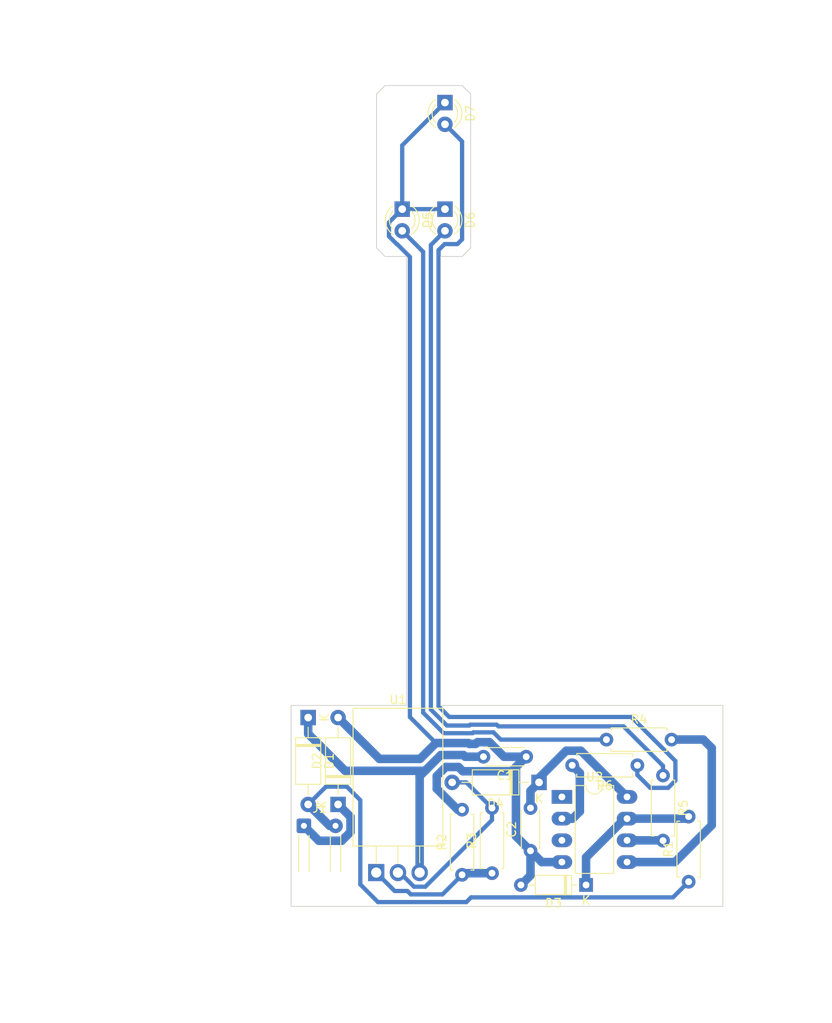
<source format=kicad_pcb>
(kicad_pcb (version 20211014) (generator pcbnew)
  (layers (0 "F.Cu" signal) (31 "B.Cu" signal) (34 "B.Paste" user) (35 "F.Paste" user) (36 "B.SilkS" user "B.Silkscreen") (37 "F.SilkS" user "F.Silkscreen") (38 "B.Mask" user) (39 "F.Mask" user) (44 "Edge.Cuts" user))
  (net 0 "")
  (net 1 "+24V")
  (net 2 "Net-(D1-Pad2)")
  (net 3 "Net-(D2-Pad1)")
  (net 4 "GND")
  (net 5 "Net-(D3-Pad1)")
  (net 6 "Net-(D5-Pad2)")
  (net 7 "Net-(D6-Pad2)")
  (net 8 "Net-(D7-Pad2)")
  (net 9 "Net-(R2-Pad1)")
  (net 10 "Net-(R4-Pad2)")
  (net 11 "Net-(R5-Pad2)")
  (net 12 "Net-(R6-Pad2)")
  (net 15 "+5V")
  (net 16 "Net-(D4-Pad2)")
  (footprint "Package_DIP:DIP-8_W7.62mm_LongPads" (layer "F.Cu") (at 171.175 99.2)
    (fp_text reference "U2" (at 3.81 -2.33) (layer "F.SilkS"))
    (fp_text value "ATtiny45-20PU")
    (fp_line (start 2.81 -1.33) (end 1.56 -1.33) (layer "F.SilkS") (width 0.12))
    (fp_line (start 6.06 8.95) (end 6.06 -1.33) (layer "F.SilkS") (width 0.12))
    (fp_line (start 1.56 -1.33) (end 1.56 8.95) (layer "F.SilkS") (width 0.12))
    (fp_line (start 6.06 -1.33) (end 4.81 -1.33) (layer "F.SilkS") (width 0.12))
    (fp_line (start 1.56 8.95) (end 6.06 8.95) (layer "F.SilkS") (width 0.12))
    (fp_arc (start 4.81 -1.33) (mid 3.81 -0.33) (end 2.81 -1.33) (layer "F.SilkS") (width 0.12))
    (pad "1" thru_hole rect (at 0 0) (size 2.4 1.6) (drill 0.8) (layers *.Cu *.Mask))
    (pad "2" thru_hole oval (at 0 2.54) (size 2.4 1.6) (drill 0.8) (layers *.Cu *.Mask) (net 12 "Net-(R6-Pad2)"))
    (pad "3" thru_hole oval (at 0 5.08) (size 2.4 1.6) (drill 0.8) (layers *.Cu *.Mask))
    (pad "4" thru_hole oval (at 0 7.62) (size 2.4 1.6) (drill 0.8) (layers *.Cu *.Mask) (net 4 "GND"))
    (pad "5" thru_hole oval (at 7.62 7.62) (size 2.4 1.6) (drill 0.8) (layers *.Cu *.Mask) (net 10 "Net-(R4-Pad2)"))
    (pad "6" thru_hole oval (at 7.62 5.08) (size 2.4 1.6) (drill 0.8) (layers *.Cu *.Mask) (net 11 "Net-(R5-Pad2)"))
    (pad "7" thru_hole oval (at 7.62 2.54) (size 2.4 1.6) (drill 0.8) (layers *.Cu *.Mask) (net 5 "Net-(D3-Pad1)"))
    (pad "8" thru_hole oval (at 7.62 0) (size 2.4 1.6) (drill 0.8) (layers *.Cu *.Mask) (net 15 "+5V"))
  )
  (footprint "Capacitor_THT:C_Disc_D4.3mm_W1.9mm_P5.00mm" (layer "F.Cu") (at 167 94.5 180)
    (fp_text reference "C1" (at 2.5 -2.2) (layer "F.SilkS"))
    (fp_text value "C")
    (fp_line (start 0.23 1.07) (end 4.77 1.07) (layer "F.SilkS") (width 0.12))
    (fp_line (start 0.23 -1.07) (end 0.23 -1.055) (layer "F.SilkS") (width 0.12))
    (fp_line (start 4.77 -1.07) (end 4.77 -1.055) (layer "F.SilkS") (width 0.12))
    (fp_line (start 0.23 -1.07) (end 4.77 -1.07) (layer "F.SilkS") (width 0.12))
    (fp_line (start 4.77 1.055) (end 4.77 1.07) (layer "F.SilkS") (width 0.12))
    (fp_line (start 0.23 1.055) (end 0.23 1.07) (layer "F.SilkS") (width 0.12))
    (pad "1" thru_hole circle (at 0 0 180) (size 1.6 1.6) (drill 0.8) (layers *.Cu *.Mask) (net 4 "GND"))
    (pad "2" thru_hole circle (at 5 0 180) (size 1.6 1.6) (drill 0.8) (layers *.Cu *.Mask) (net 1 "+24V"))
  )
  (footprint "Diode_THT:D_DO-35_SOD27_P7.62mm_Horizontal" (layer "F.Cu") (at 174 109.5 180)
    (fp_text reference "D3" (at 3.81 -2.12) (layer "F.SilkS"))
    (fp_text value "4.5V")
    (fp_text user "K" (at 0 -1.8) (layer "F.SilkS"))
    (fp_line (start 1.04 0) (end 1.69 0) (layer "F.SilkS") (width 0.12))
    (fp_line (start 5.93 1.12) (end 5.93 -1.12) (layer "F.SilkS") (width 0.12))
    (fp_line (start 5.93 -1.12) (end 1.69 -1.12) (layer "F.SilkS") (width 0.12))
    (fp_line (start 1.69 -1.12) (end 1.69 1.12) (layer "F.SilkS") (width 0.12))
    (fp_line (start 6.58 0) (end 5.93 0) (layer "F.SilkS") (width 0.12))
    (fp_line (start 2.53 -1.12) (end 2.53 1.12) (layer "F.SilkS") (width 0.12))
    (fp_line (start 2.41 -1.12) (end 2.41 1.12) (layer "F.SilkS") (width 0.12))
    (fp_line (start 2.29 -1.12) (end 2.29 1.12) (layer "F.SilkS") (width 0.12))
    (fp_line (start 1.69 1.12) (end 5.93 1.12) (layer "F.SilkS") (width 0.12))
    (pad "1" thru_hole rect (at 0 0 180) (size 1.6 1.6) (drill 0.8) (layers *.Cu *.Mask) (net 5 "Net-(D3-Pad1)"))
    (pad "2" thru_hole oval (at 7.62 0 180) (size 1.6 1.6) (drill 0.8) (layers *.Cu *.Mask) (net 4 "GND"))
  )
  (footprint "Capacitor_THT:C_Disc_D4.3mm_W1.9mm_P5.00mm" (layer "F.Cu") (at 167.5 105.5 90)
    (fp_text reference "C2" (at 2.5 -2.2 90) (layer "F.SilkS"))
    (fp_text value "C")
    (fp_line (start 0.23 -1.07) (end 4.77 -1.07) (layer "F.SilkS") (width 0.12))
    (fp_line (start 4.77 -1.07) (end 4.77 -1.055) (layer "F.SilkS") (width 0.12))
    (fp_line (start 0.23 -1.07) (end 0.23 -1.055) (layer "F.SilkS") (width 0.12))
    (fp_line (start 0.23 1.07) (end 4.77 1.07) (layer "F.SilkS") (width 0.12))
    (fp_line (start 4.77 1.055) (end 4.77 1.07) (layer "F.SilkS") (width 0.12))
    (fp_line (start 0.23 1.055) (end 0.23 1.07) (layer "F.SilkS") (width 0.12))
    (pad "1" thru_hole circle (at 0 0 90) (size 1.6 1.6) (drill 0.8) (layers *.Cu *.Mask) (net 4 "GND"))
    (pad "2" thru_hole circle (at 5 0 90) (size 1.6 1.6) (drill 0.8) (layers *.Cu *.Mask) (net 15 "+5V"))
  )
  (footprint "LED_THT:LED_D3.0mm" (layer "F.Cu") (at 157.5 18 -90)
    (fp_text reference "D7" (at 1.27 -2.96 90) (layer "F.SilkS"))
    (fp_text value "Green")
    (fp_line (start -0.29 1.08) (end -0.29 1.236) (layer "F.SilkS") (width 0.12))
    (fp_line (start -0.29 -1.236) (end -0.29 -1.08) (layer "F.SilkS") (width 0.12))
    (fp_arc (start -0.29 -1.235516) (mid 1.366487 -1.987659) (end 2.942335 -1.078608) (layer "F.SilkS") (width 0.12))
    (fp_arc (start 2.942335 1.078608) (mid 1.366487 1.987659) (end -0.29 1.235516) (layer "F.SilkS") (width 0.12))
    (fp_arc (start 0.229039 -1.08) (mid 1.270117 -1.5) (end 2.31113 -1.079837) (layer "F.SilkS") (width 0.12))
    (fp_arc (start 2.31113 1.079837) (mid 1.270117 1.5) (end 0.229039 1.08) (layer "F.SilkS") (width 0.12))
    (pad "1" thru_hole rect (at 0 0 270) (size 1.8 1.8) (drill 0.9) (layers *.Cu *.Mask) (net 4 "GND"))
    (pad "2" thru_hole circle (at 2.54 0 270) (size 1.8 1.8) (drill 0.9) (layers *.Cu *.Mask) (net 8 "Net-(D7-Pad2)"))
  )
  (footprint "Connector_Wire:SolderWire-0.127sqmm_1x02_P3.7mm_D0.48mm_OD1mm_Relief" (layer "F.Cu") (at 141 102.58)
    (fp_text reference "J1" (at 1.85 -2.05) (layer "F.SilkS"))
    (fp_text value "Conn_01x02_Male")
    (fp_line (start 3.09 1.11) (end 3.09 5.39) (layer "F.SilkS") (width 0.12))
    (fp_line (start 4.31 1.11) (end 4.31 5.39) (layer "F.SilkS") (width 0.12))
    (fp_line (start -0.61 1.11) (end -0.61 5.39) (layer "F.SilkS") (width 0.12))
    (fp_line (start 0.61 1.11) (end 0.61 5.39) (layer "F.SilkS") (width 0.12))
    (pad "" np_thru_hole circle (at 3.7 6) (size 1.5 1.5) (drill 1.5) (layers *.Cu *.Mask))
    (pad "" np_thru_hole circle (at 0 6) (size 1.5 1.5) (drill 1.5) (layers *.Cu *.Mask))
    (pad "1" thru_hole roundrect (at 0 0) (size 1.7 1.7) (drill 0.7) (layers *.Cu *.Mask) (roundrect_rratio 0.1470588235) (net 3 "Net-(D2-Pad1)"))
    (pad "2" thru_hole circle (at 3.7 0) (size 1.7 1.7) (drill 0.7) (layers *.Cu *.Mask) (net 2 "Net-(D1-Pad2)"))
  )
  (footprint "Resistor_THT:R_Axial_DIN0207_L6.3mm_D2.5mm_P7.62mm_Horizontal" (layer "F.Cu") (at 183 96.69 -90)
    (fp_text reference "R5" (at 3.81 -2.37 90) (layer "F.SilkS"))
    (fp_text value "R")
    (fp_line (start 0.54 1.37) (end 7.08 1.37) (layer "F.SilkS") (width 0.12))
    (fp_line (start 0.54 1.04) (end 0.54 1.37) (layer "F.SilkS") (width 0.12))
    (fp_line (start 0.54 -1.37) (end 7.08 -1.37) (layer "F.SilkS") (width 0.12))
    (fp_line (start 7.08 1.37) (end 7.08 1.04) (layer "F.SilkS") (width 0.12))
    (fp_line (start 7.08 -1.37) (end 7.08 -1.04) (layer "F.SilkS") (width 0.12))
    (fp_line (start 0.54 -1.04) (end 0.54 -1.37) (layer "F.SilkS") (width 0.12))
    (pad "1" thru_hole circle (at 0 0 270) (size 1.6 1.6) (drill 0.8) (layers *.Cu *.Mask) (net 7 "Net-(D6-Pad2)"))
    (pad "2" thru_hole oval (at 7.62 0 270) (size 1.6 1.6) (drill 0.8) (layers *.Cu *.Mask) (net 11 "Net-(R5-Pad2)"))
  )
  (footprint "Diode_THT:D_A-405_P10.16mm_Horizontal" (layer "F.Cu") (at 141.5 89.92 -90)
    (fp_text reference "D1" (at 5.08 -2.47 90) (layer "F.SilkS"))
    (fp_text value "D")
    (fp_text user "K" (at 0 -1.9 90) (layer "F.SilkS"))
    (fp_line (start 7.8 -1.47) (end 2.36 -1.47) (layer "F.SilkS") (width 0.12))
    (fp_line (start 1.14 0) (end 2.36 0) (layer "F.SilkS") (width 0.12))
    (fp_line (start 3.38 -1.47) (end 3.38 1.47) (layer "F.SilkS") (width 0.12))
    (fp_line (start 3.14 -1.47) (end 3.14 1.47) (layer "F.SilkS") (width 0.12))
    (fp_line (start 2.36 1.47) (end 7.8 1.47) (layer "F.SilkS") (width 0.12))
    (fp_line (start 9.02 0) (end 7.8 0) (layer "F.SilkS") (width 0.12))
    (fp_line (start 2.36 -1.47) (end 2.36 1.47) (layer "F.SilkS") (width 0.12))
    (fp_line (start 3.26 -1.47) (end 3.26 1.47) (layer "F.SilkS") (width 0.12))
    (fp_line (start 7.8 1.47) (end 7.8 -1.47) (layer "F.SilkS") (width 0.12))
    (pad "1" thru_hole rect (at 0 0 270) (size 1.8 1.8) (drill 0.9) (layers *.Cu *.Mask) (net 1 "+24V"))
    (pad "2" thru_hole oval (at 10.16 0 270) (size 1.8 1.8) (drill 0.9) (layers *.Cu *.Mask) (net 2 "Net-(D1-Pad2)"))
  )
  (footprint "Diode_THT:D_A-405_P10.16mm_Horizontal" (layer "F.Cu") (at 168.5 97.5 180)
    (fp_text reference "D4" (at 5.08 -2.47) (layer "F.SilkS"))
    (fp_text value "D")
    (fp_text user "K" (at 0 -1.9) (layer "F.SilkS"))
    (fp_line (start 3.26 -1.47) (end 3.26 1.47) (layer "F.SilkS") (width 0.12))
    (fp_line (start 7.8 -1.47) (end 2.36 -1.47) (layer "F.SilkS") (width 0.12))
    (fp_line (start 3.14 -1.47) (end 3.14 1.47) (layer "F.SilkS") (width 0.12))
    (fp_line (start 2.36 -1.47) (end 2.36 1.47) (layer "F.SilkS") (width 0.12))
    (fp_line (start 3.38 -1.47) (end 3.38 1.47) (layer "F.SilkS") (width 0.12))
    (fp_line (start 7.8 1.47) (end 7.8 -1.47) (layer "F.SilkS") (width 0.12))
    (fp_line (start 2.36 1.47) (end 7.8 1.47) (layer "F.SilkS") (width 0.12))
    (fp_line (start 9.02 0) (end 7.8 0) (layer "F.SilkS") (width 0.12))
    (fp_line (start 1.14 0) (end 2.36 0) (layer "F.SilkS") (width 0.12))
    (pad "1" thru_hole rect (at 0 0 180) (size 1.8 1.8) (drill 0.9) (layers *.Cu *.Mask) (net 15 "+5V"))
    (pad "2" thru_hole oval (at 10.16 0 180) (size 1.8 1.8) (drill 0.9) (layers *.Cu *.Mask) (net 16 "Net-(D4-Pad2)"))
  )
  (footprint "Resistor_THT:R_Axial_DIN0207_L6.3mm_D2.5mm_P7.62mm_Horizontal" (layer "F.Cu") (at 186 109.12 90)
    (fp_text reference "R1" (at 3.81 -2.37 90) (layer "F.SilkS"))
    (fp_text value "18K")
    (fp_line (start 0.54 1.37) (end 7.08 1.37) (layer "F.SilkS") (width 0.12))
    (fp_line (start 0.54 -1.04) (end 0.54 -1.37) (layer "F.SilkS") (width 0.12))
    (fp_line (start 7.08 1.37) (end 7.08 1.04) (layer "F.SilkS") (width 0.12))
    (fp_line (start 0.54 1.04) (end 0.54 1.37) (layer "F.SilkS") (width 0.12))
    (fp_line (start 7.08 -1.37) (end 7.08 -1.04) (layer "F.SilkS") (width 0.12))
    (fp_line (start 0.54 -1.37) (end 7.08 -1.37) (layer "F.SilkS") (width 0.12))
    (pad "1" thru_hole circle (at 0 0 90) (size 1.6 1.6) (drill 0.8) (layers *.Cu *.Mask) (net 2 "Net-(D1-Pad2)"))
    (pad "2" thru_hole oval (at 7.62 0 90) (size 1.6 1.6) (drill 0.8) (layers *.Cu *.Mask) (net 5 "Net-(D3-Pad1)"))
  )
  (footprint "Diode_THT:D_A-405_P10.16mm_Horizontal" (layer "F.Cu") (at 145 100.08 90)
    (fp_text reference "D2" (at 5.08 -2.47 90) (layer "F.SilkS"))
    (fp_text value "D")
    (fp_text user "K" (at 0 -1.9 90) (layer "F.SilkS"))
    (fp_line (start 3.38 -1.47) (end 3.38 1.47) (layer "F.SilkS") (width 0.12))
    (fp_line (start 2.36 -1.47) (end 2.36 1.47) (layer "F.SilkS") (width 0.12))
    (fp_line (start 9.02 0) (end 7.8 0) (layer "F.SilkS") (width 0.12))
    (fp_line (start 7.8 -1.47) (end 2.36 -1.47) (layer "F.SilkS") (width 0.12))
    (fp_line (start 1.14 0) (end 2.36 0) (layer "F.SilkS") (width 0.12))
    (fp_line (start 7.8 1.47) (end 7.8 -1.47) (layer "F.SilkS") (width 0.12))
    (fp_line (start 2.36 1.47) (end 7.8 1.47) (layer "F.SilkS") (width 0.12))
    (fp_line (start 3.26 -1.47) (end 3.26 1.47) (layer "F.SilkS") (width 0.12))
    (fp_line (start 3.14 -1.47) (end 3.14 1.47) (layer "F.SilkS") (width 0.12))
    (pad "1" thru_hole rect (at 0 0 90) (size 1.8 1.8) (drill 0.9) (layers *.Cu *.Mask) (net 3 "Net-(D2-Pad1)"))
    (pad "2" thru_hole oval (at 10.16 0 90) (size 1.8 1.8) (drill 0.9) (layers *.Cu *.Mask) (net 4 "GND"))
  )
  (footprint "LED_THT:LED_D3.0mm" (layer "F.Cu") (at 152.5 30.46 -90)
    (fp_text reference "D5" (at 1.27 -2.96 90) (layer "F.SilkS"))
    (fp_text value "Red")
    (fp_line (start -0.29 -1.236) (end -0.29 -1.08) (layer "F.SilkS") (width 0.12))
    (fp_line (start -0.29 1.08) (end -0.29 1.236) (layer "F.SilkS") (width 0.12))
    (fp_arc (start 2.31113 1.079837) (mid 1.270117 1.5) (end 0.229039 1.08) (layer "F.SilkS") (width 0.12))
    (fp_arc (start -0.29 -1.235516) (mid 1.366487 -1.987659) (end 2.942335 -1.078608) (layer "F.SilkS") (width 0.12))
    (fp_arc (start 2.942335 1.078608) (mid 1.366487 1.987659) (end -0.29 1.235516) (layer "F.SilkS") (width 0.12))
    (fp_arc (start 0.229039 -1.08) (mid 1.270117 -1.5) (end 2.31113 -1.079837) (layer "F.SilkS") (width 0.12))
    (pad "1" thru_hole rect (at 0 0 270) (size 1.8 1.8) (drill 0.9) (layers *.Cu *.Mask) (net 4 "GND"))
    (pad "2" thru_hole circle (at 2.54 0 270) (size 1.8 1.8) (drill 0.9) (layers *.Cu *.Mask) (net 6 "Net-(D5-Pad2)"))
  )
  (footprint "Resistor_THT:R_Axial_DIN0207_L6.3mm_D2.5mm_P7.62mm_Horizontal" (layer "F.Cu") (at 180 95.5 180)
    (fp_text reference "R6" (at 3.81 -2.37) (layer "F.SilkS"))
    (fp_text value "R")
    (fp_line (start 7.08 1.37) (end 7.08 1.04) (layer "F.SilkS") (width 0.12))
    (fp_line (start 0.54 1.04) (end 0.54 1.37) (layer "F.SilkS") (width 0.12))
    (fp_line (start 7.08 -1.37) (end 7.08 -1.04) (layer "F.SilkS") (width 0.12))
    (fp_line (start 0.54 -1.04) (end 0.54 -1.37) (layer "F.SilkS") (width 0.12))
    (fp_line (start 0.54 -1.37) (end 7.08 -1.37) (layer "F.SilkS") (width 0.12))
    (fp_line (start 0.54 1.37) (end 7.08 1.37) (layer "F.SilkS") (width 0.12))
    (pad "1" thru_hole circle (at 0 0 180) (size 1.6 1.6) (drill 0.8) (layers *.Cu *.Mask) (net 8 "Net-(D7-Pad2)"))
    (pad "2" thru_hole oval (at 7.62 0 180) (size 1.6 1.6) (drill 0.8) (layers *.Cu *.Mask) (net 12 "Net-(R6-Pad2)"))
  )
  (footprint "Resistor_THT:R_Axial_DIN0207_L6.3mm_D2.5mm_P7.62mm_Horizontal" (layer "F.Cu") (at 163 108.12 90)
    (fp_text reference "R3" (at 3.81 -2.37 90) (layer "F.SilkS"))
    (fp_text value "1K")
    (fp_line (start 0.54 -1.04) (end 0.54 -1.37) (layer "F.SilkS") (width 0.12))
    (fp_line (start 0.54 1.04) (end 0.54 1.37) (layer "F.SilkS") (width 0.12))
    (fp_line (start 7.08 1.37) (end 7.08 1.04) (layer "F.SilkS") (width 0.12))
    (fp_line (start 0.54 -1.37) (end 7.08 -1.37) (layer "F.SilkS") (width 0.12))
    (fp_line (start 0.54 1.37) (end 7.08 1.37) (layer "F.SilkS") (width 0.12))
    (fp_line (start 7.08 -1.37) (end 7.08 -1.04) (layer "F.SilkS") (width 0.12))
    (pad "1" thru_hole circle (at 0 0 90) (size 1.6 1.6) (drill 0.8) (layers *.Cu *.Mask) (net 9 "Net-(R2-Pad1)"))
    (pad "2" thru_hole oval (at 7.62 0 90) (size 1.6 1.6) (drill 0.8) (layers *.Cu *.Mask) (net 16 "Net-(D4-Pad2)"))
  )
  (footprint "LED_THT:LED_D3.0mm" (layer "F.Cu") (at 157.5 30.46 -90)
    (fp_text reference "D6" (at 1.27 -2.96 90) (layer "F.SilkS"))
    (fp_text value "Yellow")
    (fp_line (start -0.29 1.08) (end -0.29 1.236) (layer "F.SilkS") (width 0.12))
    (fp_line (start -0.29 -1.236) (end -0.29 -1.08) (layer "F.SilkS") (width 0.12))
    (fp_arc (start 2.31113 1.079837) (mid 1.270117 1.5) (end 0.229039 1.08) (layer "F.SilkS") (width 0.12))
    (fp_arc (start 0.229039 -1.08) (mid 1.270117 -1.5) (end 2.31113 -1.079837) (layer "F.SilkS") (width 0.12))
    (fp_arc (start 2.942335 1.078608) (mid 1.366487 1.987659) (end -0.29 1.235516) (layer "F.SilkS") (width 0.12))
    (fp_arc (start -0.29 -1.235516) (mid 1.366487 -1.987659) (end 2.942335 -1.078608) (layer "F.SilkS") (width 0.12))
    (pad "1" thru_hole rect (at 0 0 270) (size 1.8 1.8) (drill 0.9) (layers *.Cu *.Mask) (net 4 "GND"))
    (pad "2" thru_hole circle (at 2.54 0 270) (size 1.8 1.8) (drill 0.9) (layers *.Cu *.Mask) (net 7 "Net-(D6-Pad2)"))
  )
  (footprint "Resistor_THT:R_Axial_DIN0207_L6.3mm_D2.5mm_P7.62mm_Horizontal" (layer "F.Cu") (at 159.5 108.31 90)
    (fp_text reference "R2" (at 3.81 -2.37 90) (layer "F.SilkS"))
    (fp_text value "3.3K")
    (fp_line (start 7.08 1.37) (end 7.08 1.04) (layer "F.SilkS") (width 0.12))
    (fp_line (start 0.54 -1.04) (end 0.54 -1.37) (layer "F.SilkS") (width 0.12))
    (fp_line (start 7.08 -1.37) (end 7.08 -1.04) (layer "F.SilkS") (width 0.12))
    (fp_line (start 0.54 -1.37) (end 7.08 -1.37) (layer "F.SilkS") (width 0.12))
    (fp_line (start 0.54 1.04) (end 0.54 1.37) (layer "F.SilkS") (width 0.12))
    (fp_line (start 0.54 1.37) (end 7.08 1.37) (layer "F.SilkS") (width 0.12))
    (pad "1" thru_hole circle (at 0 0 90) (size 1.6 1.6) (drill 0.8) (layers *.Cu *.Mask) (net 9 "Net-(R2-Pad1)"))
    (pad "2" thru_hole oval (at 7.62 0 90) (size 1.6 1.6) (drill 0.8) (layers *.Cu *.Mask) (net 4 "GND"))
  )
  (footprint "Package_TO_SOT_THT:TO-220F-3_Horizontal_TabDown" (layer "F.Cu") (at 149.46 108.05)
    (fp_text reference "U1" (at 2.54 -20.22) (layer "F.SilkS"))
    (fp_text value "LM317_TO-220")
    (fp_line (start 2.54 -3.11) (end 2.54 -1.15) (layer "F.SilkS") (width 0.12))
    (fp_line (start -2.71 -19.22) (end -2.71 -3.11) (layer "F.SilkS") (width 0.12))
    (fp_line (start 5.08 -3.11) (end 5.08 -1.15) (layer "F.SilkS") (width 0.12))
    (fp_line (start 0 -3.11) (end 0 -1.15) (layer "F.SilkS") (width 0.12))
    (fp_line (start -2.71 -3.11) (end 7.79 -3.11) (layer "F.SilkS") (width 0.12))
    (fp_line (start 7.79 -19.22) (end 7.79 -3.11) (layer "F.SilkS") (width 0.12))
    (fp_line (start -2.71 -19.22) (end 7.79 -19.22) (layer "F.SilkS") (width 0.12))
    (pad "" np_thru_hole oval (at 2.54 -15.8) (size 3.5 3.5) (drill 3.5) (layers *.Cu *.Mask))
    (pad "1" thru_hole rect (at 0 0) (size 1.905 2) (drill 1.2) (layers *.Cu *.Mask) (net 9 "Net-(R2-Pad1)"))
    (pad "2" thru_hole oval (at 2.54 0) (size 1.905 2) (drill 1.2) (layers *.Cu *.Mask) (net 16 "Net-(D4-Pad2)"))
    (pad "3" thru_hole oval (at 5.08 0) (size 1.905 2) (drill 1.2) (layers *.Cu *.Mask) (net 1 "+24V"))
  )
  (footprint "Resistor_THT:R_Axial_DIN0207_L6.3mm_D2.5mm_P7.62mm_Horizontal" (layer "F.Cu") (at 176.38 92.5)
    (fp_text reference "R4" (at 3.81 -2.37) (layer "F.SilkS"))
    (fp_text value "R")
    (fp_line (start 0.54 1.04) (end 0.54 1.37) (layer "F.SilkS") (width 0.12))
    (fp_line (start 7.08 1.37) (end 7.08 1.04) (layer "F.SilkS") (width 0.12))
    (fp_line (start 0.54 -1.37) (end 7.08 -1.37) (layer "F.SilkS") (width 0.12))
    (fp_line (start 0.54 1.37) (end 7.08 1.37) (layer "F.SilkS") (width 0.12))
    (fp_line (start 7.08 -1.37) (end 7.08 -1.04) (layer "F.SilkS") (width 0.12))
    (fp_line (start 0.54 -1.04) (end 0.54 -1.37) (layer "F.SilkS") (width 0.12))
    (pad "1" thru_hole circle (at 0 0) (size 1.6 1.6) (drill 0.8) (layers *.Cu *.Mask) (net 6 "Net-(D5-Pad2)"))
    (pad "2" thru_hole oval (at 7.62 0) (size 1.6 1.6) (drill 0.8) (layers *.Cu *.Mask) (net 10 "Net-(R4-Pad2)"))
  )
  (gr_line (start 190 88.5) (end 190 112) (layer "Edge.Cuts") (width 0.1))
  (gr_line (start 159.5 36) (end 157 36) (layer "Edge.Cuts") (width 0.1))
  (gr_line (start 153 36) (end 150.5 36) (layer "Edge.Cuts") (width 0.1))
  (gr_line (start 160.5 17) (end 160.5 35) (layer "Edge.Cuts") (width 0.1))
  (gr_line (start 149.5 35) (end 150.5 36) (layer "Edge.Cuts") (width 0.1))
  (gr_line (start 160.5 35) (end 159.5 36) (layer "Edge.Cuts") (width 0.1))
  (gr_line (start 153 36) (end 153 88.5) (layer "Edge.Cuts") (width 0.1))
  (gr_line (start 150.5 16) (end 159.5 16) (layer "Edge.Cuts") (width 0.1))
  (gr_line (start 149.5 17) (end 150.5 16) (layer "Edge.Cuts") (width 0.1))
  (gr_line (start 149.5 35) (end 149.5 17) (layer "Edge.Cuts") (width 0.1))
  (gr_line (start 190 112) (end 139.5 112) (layer "Edge.Cuts") (width 0.1))
  (gr_line (start 139.5 112) (end 139.5 88.5) (layer "Edge.Cuts") (width 0.1))
  (gr_line (start 159.5 16) (end 160.5 17) (layer "Edge.Cuts") (width 0.1))
  (gr_line (start 139.5 88.5) (end 153 88.5) (layer "Edge.Cuts") (width 0.1))
  (gr_line (start 157 88.5) (end 190 88.5) (layer "Edge.Cuts") (width 0.1))
  (gr_line (start 157 88.5) (end 157 36) (layer "Edge.Cuts") (width 0.1))
  (segment (start 145.829032 96.149032) (end 141.5 91.82) (width 1) (layer "B.Cu") (net 1))
  (segment (start 159.665079 94.300978) (end 157.01492 94.300978) (width 1) (layer "B.Cu") (net 1))
  (segment (start 159.864102 94.5) (end 159.665079 94.300978) (width 1) (layer "B.Cu") (net 1))
  (segment (start 141.5 91.82) (end 141.5 89.92) (width 1) (layer "B.Cu") (net 1))
  (segment (start 156.195106 95.120793) (end 155.166866 96.149032) (width 1) (layer "B.Cu") (net 1))
  (segment (start 154.54 96.775898) (end 155.166866 96.149032) (width 1) (layer "B.Cu") (net 1))
  (segment (start 162 94.5) (end 159.864102 94.5) (width 1) (layer "B.Cu") (net 1))
  (segment (start 154.54 108.05) (end 154.54 96.775898) (width 1) (layer "B.Cu") (net 1))
  (segment (start 155.166866 96.149032) (end 145.829032 96.149032) (width 1) (layer "B.Cu") (net 1))
  (segment (start 157.01492 94.300978) (end 156.195106 95.120793) (width 1) (layer "B.Cu") (net 1))
  (segment (start 186 109.12) (end 184.170489 110.949511) (width 0.5) (layer "B.Cu") (net 2))
  (segment (start 147.599022 99.58) (end 146.019022 98) (width 0.5) (layer "B.Cu") (net 2))
  (segment (start 160.550489 110.949511) (end 160 111.5) (width 0.5) (layer "B.Cu") (net 2))
  (segment (start 143.58 98) (end 141.5 100.08) (width 0.5) (layer "B.Cu") (net 2))
  (segment (start 160 111.5) (end 149.658478 111.5) (width 0.5) (layer "B.Cu") (net 2))
  (segment (start 144 102.58) (end 141.5 100.08) (width 1) (layer "B.Cu") (net 2))
  (segment (start 149.658478 111.5) (end 147.599022 109.440544) (width 0.5) (layer "B.Cu") (net 2))
  (segment (start 146.019022 98) (end 143.58 98) (width 0.5) (layer "B.Cu") (net 2))
  (segment (start 147.599022 109.440544) (end 147.599022 99.58) (width 0.5) (layer "B.Cu") (net 2))
  (segment (start 184.170489 110.949511) (end 160.550489 110.949511) (width 0.5) (layer "B.Cu") (net 2))
  (segment (start 144.7 102.58) (end 144 102.58) (width 1) (layer "B.Cu") (net 2))
  (segment (start 146.449511 103.304672) (end 146.449511 101.529511) (width 1) (layer "B.Cu") (net 3))
  (segment (start 145.424672 104.329511) (end 146.449511 103.304672) (width 1) (layer "B.Cu") (net 3))
  (segment (start 141 102.58) (end 142.749511 104.329511) (width 1) (layer "B.Cu") (net 3))
  (segment (start 142.749511 104.329511) (end 145.424672 104.329511) (width 1) (layer "B.Cu") (net 3))
  (segment (start 146.449511 101.529511) (end 145 100.08) (width 1) (layer "B.Cu") (net 3))
  (segment (start 167.5 105.5) (end 168.82 106.82) (width 1) (layer "B.Cu") (net 4))
  (segment (start 156.435224 92.901467) (end 160.244775 92.901467) (width 1) (layer "B.Cu") (net 4))
  (segment (start 150.950489 33.64183) (end 151.85817 34.549511) (width 0.5) (layer "B.Cu") (net 4))
  (segment (start 167.5 105.5) (end 167.5 108.38) (width 1) (layer "B.Cu") (net 4))
  (segment (start 153.399918 36.046337) (end 153.399918 89.866161) (width 0.5) (layer "B.Cu") (net 4))
  (segment (start 159.085383 95.700489) (end 157.594617 95.700489) (width 1) (layer "B.Cu") (net 4))
  (segment (start 154.58717 94.749521) (end 154.795595 94.541097) (width 1) (layer "B.Cu") (net 4))
  (segment (start 155.181006 94.155685) (end 156.435224 92.901467) (width 1) (layer "B.Cu") (net 4))
  (segment (start 150.950489 32.009511) (end 150.950489 33.64183) (width 0.5) (layer "B.Cu") (net 4))
  (segment (start 160.244775 92.901467) (end 160.343308 93) (width 1) (layer "B.Cu") (net 4))
  (segment (start 165.800489 95.699511) (end 167 94.5) (width 1) (layer "B.Cu") (net 4))
  (segment (start 157.594617 95.700489) (end 156.540489 96.754617) (width 1) (layer "B.Cu") (net 4))
  (segment (start 167.5 108.38) (end 166.38 109.5) (width 1) (layer "B.Cu") (net 4))
  (segment (start 159.584405 96.199511) (end 159.085383 95.700489) (width 1) (layer "B.Cu") (net 4))
  (segment (start 168.82 106.82) (end 171.175 106.82) (width 1) (layer "B.Cu") (net 4))
  (segment (start 154.795595 94.541097) (end 155.181006 94.155685) (width 1) (layer "B.Cu") (net 4))
  (segment (start 164.403473 94.5) (end 167 94.5) (width 1) (layer "B.Cu") (net 4))
  (segment (start 156.540489 96.754617) (end 156.540489 98.245384) (width 1) (layer "B.Cu") (net 4))
  (segment (start 165.300489 96.199511) (end 159.584405 96.199511) (width 1) (layer "B.Cu") (net 4))
  (segment (start 151.903092 34.549511) (end 153.399918 36.046337) (width 0.5) (layer "B.Cu") (net 4))
  (segment (start 162.703962 92.800489) (end 164.403473 94.5) (width 1) (layer "B.Cu") (net 4))
  (segment (start 161.096527 93) (end 161.296038 92.800489) (width 1) (layer "B.Cu") (net 4))
  (segment (start 145 89.92) (end 149.829521 94.749521) (width 1) (layer "B.Cu") (net 4))
  (segment (start 158.985105 100.69) (end 159.5 100.69) (width 1) (layer "B.Cu") (net 4))
  (segment (start 152.5 23) (end 152.5 30.46) (width 0.5) (layer "B.Cu") (net 4))
  (segment (start 152.5 30.46) (end 150.950489 32.009511) (width 0.5) (layer "B.Cu") (net 4))
  (segment (start 167 94.5) (end 165.300489 96.199511) (width 1) (layer "B.Cu") (net 4))
  (segment (start 161.296038 92.800489) (end 162.703962 92.800489) (width 1) (layer "B.Cu") (net 4))
  (segment (start 165.800489 103.800489) (end 165.800489 95.699511) (width 1) (layer "B.Cu") (net 4))
  (segment (start 157.5 18) (end 152.5 23) (width 0.5) (layer "B.Cu") (net 4))
  (segment (start 160.343308 93) (end 161.096527 93) (width 1) (layer "B.Cu") (net 4))
  (segment (start 151.85817 34.549511) (end 151.903092 34.549511) (width 0.5) (layer "B.Cu") (net 4))
  (segment (start 152.5 30.46) (end 157.5 30.46) (width 0.5) (layer "B.Cu") (net 4))
  (segment (start 149.829521 94.749521) (end 154.58717 94.749521) (width 1) (layer "B.Cu") (net 4))
  (segment (start 167.5 105.5) (end 165.800489 103.800489) (width 1) (layer "B.Cu") (net 4))
  (segment (start 156.540489 98.245384) (end 158.985105 100.69) (width 1) (layer "B.Cu") (net 4))
  (segment (start 153.399918 89.866161) (end 156.435224 92.901467) (width 0.5) (layer "B.Cu") (net 4))
  (segment (start 185.76 101.74) (end 186 101.5) (width 1) (layer "B.Cu") (net 5))
  (segment (start 174 106.271516) (end 178.531516 101.74) (width 1) (layer "B.Cu") (net 5))
  (segment (start 178.531516 101.74) (end 178.795 101.74) (width 1) (layer "B.Cu") (net 5))
  (segment (start 178.795 101.74) (end 185.76 101.74) (width 1) (layer "B.Cu") (net 5))
  (segment (start 174 109.5) (end 174 106.271516) (width 1) (layer "B.Cu") (net 5))
  (segment (start 154.950959 35.450959) (end 154.950959 89.348737) (width 0.5) (layer "B.Cu") (net 6))
  (segment (start 157.354178 91.751956) (end 160.718917 91.751956) (width 0.5) (layer "B.Cu") (net 6))
  (segment (start 164.029127 92.5) (end 176.38 92.5) (width 0.5) (layer "B.Cu") (net 6))
  (segment (start 154.950959 89.348737) (end 157.354178 91.751956) (width 0.5) (layer "B.Cu") (net 6))
  (segment (start 152.5 33) (end 154.950959 35.450959) (width 0.5) (layer "B.Cu") (net 6))
  (segment (start 163.180105 91.650978) (end 164.029127 92.5) (width 0.5) (layer "B.Cu") (net 6))
  (segment (start 160.819895 91.650978) (end 163.180105 91.650978) (width 0.5) (layer "B.Cu") (net 6))
  (segment (start 160.718917 91.751956) (end 160.819895 91.650978) (width 0.5) (layer "B.Cu") (net 6))
  (segment (start 163.552695 90.751468) (end 163.752205 90.950978) (width 0.5) (layer "B.Cu") (net 7))
  (segment (start 155.850469 34.649531) (end 155.85047 88.976148) (width 0.5) (layer "B.Cu") (net 7))
  (segment (start 160.447306 90.751467) (end 163.552695 90.751468) (width 0.5) (layer "B.Cu") (net 7))
  (segment (start 160.346328 90.852445) (end 160.447306 90.751467) (width 0.5) (layer "B.Cu") (net 7))
  (segment (start 178.392348 90.950978) (end 183 95.55863) (width 0.5) (layer "B.Cu") (net 7))
  (segment (start 157.5 33) (end 155.850469 34.649531) (width 0.5) (layer "B.Cu") (net 7))
  (segment (start 155.85047 88.976148) (end 157.726767 90.852445) (width 0.5) (layer "B.Cu") (net 7))
  (segment (start 183 95.55863) (end 183 96.69) (width 0.5) (layer "B.Cu") (net 7))
  (segment (start 163.752205 90.950978) (end 178.392348 90.950978) (width 0.5) (layer "B.Cu") (net 7))
  (segment (start 157.726767 90.852445) (end 160.346328 90.852445) (width 0.5) (layer "B.Cu") (net 7))
  (segment (start 184.449511 97.290408) (end 183.600408 98.139511) (width 0.5) (layer "B.Cu") (net 8))
  (segment (start 183.600408 98.139511) (end 181.508141 98.139511) (width 0.5) (layer "B.Cu") (net 8))
  (segment (start 179.302039 89.851958) (end 184.449511 94.99943) (width 0.5) (layer "B.Cu") (net 8))
  (segment (start 159.5 22.54) (end 159.5 34) (width 0.5) (layer "B.Cu") (net 8))
  (segment (start 184.449511 94.99943) (end 184.449511 97.290408) (width 0.5) (layer "B.Cu") (net 8))
  (segment (start 157.99838 89.851958) (end 179.302039 89.851958) (width 0.5) (layer "B.Cu") (net 8))
  (segment (start 156.74998 88.603558) (end 157.99838 89.851958) (width 0.5) (layer "B.Cu") (net 8))
  (segment (start 180 96.63137) (end 180 95.5) (width 0.5) (layer "B.Cu") (net 8))
  (segment (start 156.74998 35.25002) (end 156.74998 88.603558) (width 0.5) (layer "B.Cu") (net 8))
  (segment (start 157.450489 34.549511) (end 156.74998 35.25002) (width 0.5) (layer "B.Cu") (net 8))
  (segment (start 181.508141 98.139511) (end 180 96.63137) (width 0.5) (layer "B.Cu") (net 8))
  (segment (start 157.5 20.54) (end 159.5 22.54) (width 0.5) (layer "B.Cu") (net 8))
  (segment (start 159.5 34) (end 158.950489 34.549511) (width 0.5) (layer "B.Cu") (net 8))
  (segment (start 158.950489 34.549511) (end 157.450489 34.549511) (width 0.5) (layer "B.Cu") (net 8))
  (segment (start 153.503833 110.599031) (end 157.210969 110.599031) (width 0.5) (layer "B.Cu") (net 9))
  (segment (start 153.10578 110.200978) (end 153.503833 110.599031) (width 0.5) (layer "B.Cu") (net 9))
  (segment (start 149.46 108.05) (end 151.610978 110.200978) (width 0.5) (layer "B.Cu") (net 9))
  (segment (start 149.46 108.05) (end 149.46 108.0975) (width 0.5) (layer "B.Cu") (net 9))
  (segment (start 151.610978 110.200978) (end 153.10578 110.200978) (width 0.5) (layer "B.Cu") (net 9))
  (segment (start 159.69 108.12) (end 159.5 108.31) (width 1) (layer "B.Cu") (net 9))
  (segment (start 157.210969 110.599031) (end 159.5 108.31) (width 0.5) (layer "B.Cu") (net 9))
  (segment (start 163 108.12) (end 159.69 108.12) (width 1) (layer "B.Cu") (net 9))
  (segment (start 184.393473 106.82) (end 188.699511 102.513962) (width 1) (layer "B.Cu") (net 10))
  (segment (start 178.795 106.82) (end 184.393473 106.82) (width 1) (layer "B.Cu") (net 10))
  (segment (start 188.699511 93.486038) (end 187.703962 92.490489) (width 1) (layer "B.Cu") (net 10))
  (segment (start 184.009511 92.490489) (end 184 92.5) (width 1) (layer "B.Cu") (net 10))
  (segment (start 187.703962 92.490489) (end 184.009511 92.490489) (width 1) (layer "B.Cu") (net 10))
  (segment (start 188.699511 102.513962) (end 188.699511 93.486038) (width 1) (layer "B.Cu") (net 10))
  (segment (start 182.97 104.28) (end 183 104.31) (width 1) (layer "B.Cu") (net 11))
  (segment (start 178.795 104.28) (end 182.97 104.28) (width 1) (layer "B.Cu") (net 11))
  (segment (start 171.175 101.74) (end 172.434022 101.74) (width 1) (layer "B.Cu") (net 12))
  (segment (start 173.274511 100.899511) (end 173.274511 96.394511) (width 1) (layer "B.Cu") (net 12))
  (segment (start 172.434022 101.74) (end 173.274511 100.899511) (width 1) (layer "B.Cu") (net 12))
  (segment (start 173.274511 96.394511) (end 172.38 95.5) (width 1) (layer "B.Cu") (net 12))
  (segment (start 167.5 98.5) (end 168.5 97.5) (width 1) (layer "B.Cu") (net 15))
  (segment (start 168.5 97.5) (end 168.5 96.976527) (width 1) (layer "B.Cu") (net 15))
  (segment (start 167.5 100.5) (end 167.5 98.5) (width 1) (layer "B.Cu") (net 15))
  (segment (start 171.676038 93.800489) (end 173.395489 93.800489) (width 1) (layer "B.Cu") (net 15))
  (segment (start 168.5 96.976527) (end 171.676038 93.800489) (width 1) (layer "B.Cu") (net 15))
  (segment (start 173.395489 93.800489) (end 178.795 99.2) (width 1) (layer "B.Cu") (net 15))
  (segment (start 155.203578 109.69952) (end 153.876422 109.69952) (width 0.5) (layer "B.Cu") (net 16))
  (segment (start 163 100.5) (end 163 101.903098) (width 0.5) (layer "B.Cu") (net 16))
  (segment (start 163 100.5) (end 160 97.5) (width 0.5) (layer "B.Cu") (net 16))
  (segment (start 163 101.903098) (end 155.203578 109.69952) (width 0.5) (layer "B.Cu") (net 16))
  (segment (start 152.226902 108.05) (end 152 108.05) (width 0.5) (layer "B.Cu") (net 16))
  (segment (start 153.876422 109.69952) (end 152.226902 108.05) (width 0.5) (layer "B.Cu") (net 16))
  (segment (start 160 97.5) (end 158.34 97.5) (width 0.5) (layer "B.Cu") (net 16))
)
</source>
